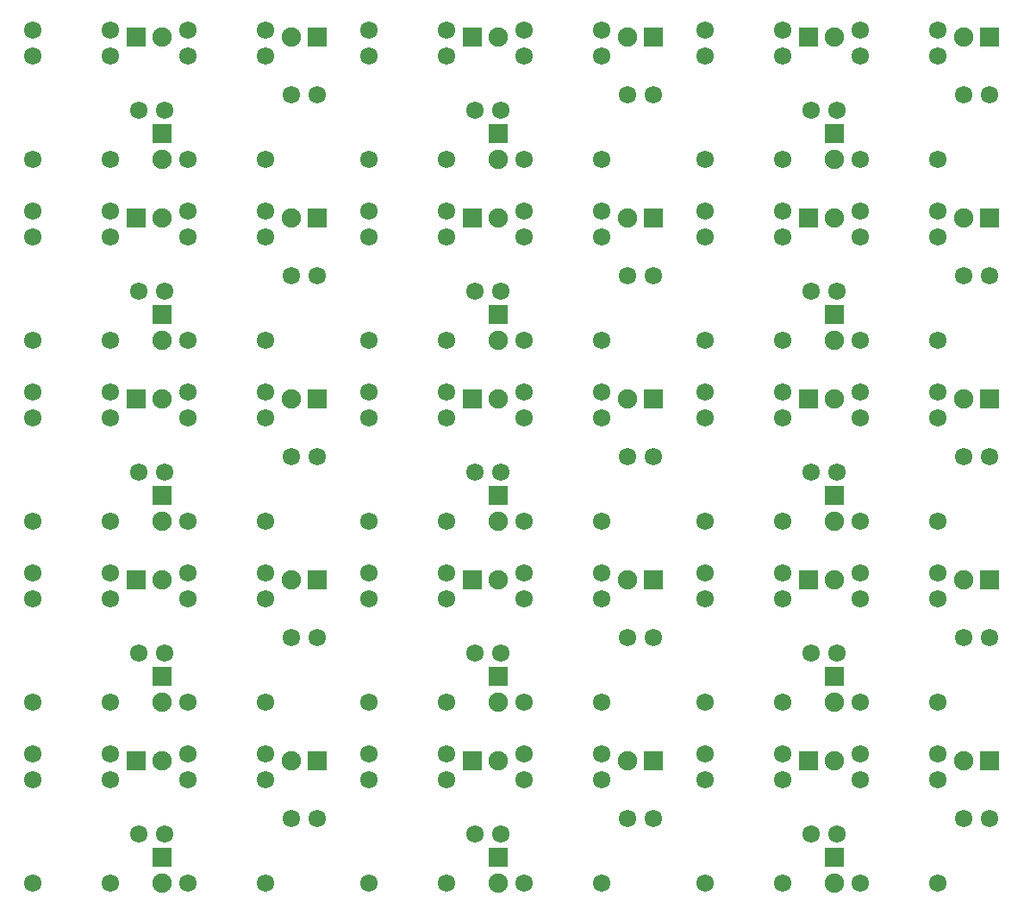
<source format=gbs>
G04 #@! TF.GenerationSoftware,KiCad,Pcbnew,(5.1.6)-1*
G04 #@! TF.CreationDate,2020-06-25T08:16:03+09:00*
G04 #@! TF.ProjectId,XOR___,584f5262-d851-42e6-9b69-6361645f7063,rev?*
G04 #@! TF.SameCoordinates,Original*
G04 #@! TF.FileFunction,Soldermask,Bot*
G04 #@! TF.FilePolarity,Negative*
%FSLAX46Y46*%
G04 Gerber Fmt 4.6, Leading zero omitted, Abs format (unit mm)*
G04 Created by KiCad (PCBNEW (5.1.6)-1) date 2020-06-25 08:16:03*
%MOMM*%
%LPD*%
G01*
G04 APERTURE LIST*
%ADD10R,1.900000X1.900000*%
%ADD11O,1.900000X1.900000*%
%ADD12C,1.724000*%
G04 APERTURE END LIST*
D10*
X138430000Y-107915000D03*
D11*
X135890000Y-107915000D03*
D10*
X105410000Y-107915000D03*
D11*
X102870000Y-107915000D03*
D10*
X72390000Y-107915000D03*
D11*
X69850000Y-107915000D03*
D10*
X138430000Y-90135000D03*
D11*
X135890000Y-90135000D03*
D10*
X105410000Y-90135000D03*
D11*
X102870000Y-90135000D03*
D10*
X72390000Y-90135000D03*
D11*
X69850000Y-90135000D03*
D10*
X138430000Y-72355000D03*
D11*
X135890000Y-72355000D03*
D10*
X105410000Y-72355000D03*
D11*
X102870000Y-72355000D03*
D10*
X72390000Y-72355000D03*
D11*
X69850000Y-72355000D03*
D10*
X138430000Y-54575000D03*
D11*
X135890000Y-54575000D03*
D10*
X105410000Y-54575000D03*
D11*
X102870000Y-54575000D03*
D10*
X72390000Y-54575000D03*
D11*
X69850000Y-54575000D03*
D10*
X138430000Y-36795000D03*
D11*
X135890000Y-36795000D03*
D10*
X105410000Y-36795000D03*
D11*
X102870000Y-36795000D03*
D12*
X133350000Y-120015000D03*
X125730000Y-120015000D03*
X125730000Y-109855000D03*
X133350000Y-109855000D03*
X133350000Y-107315000D03*
X125730000Y-107315000D03*
X100330000Y-120015000D03*
X92710000Y-120015000D03*
X92710000Y-109855000D03*
X100330000Y-109855000D03*
X100330000Y-107315000D03*
X92710000Y-107315000D03*
X67310000Y-120015000D03*
X59690000Y-120015000D03*
X59690000Y-109855000D03*
X67310000Y-109855000D03*
X67310000Y-107315000D03*
X59690000Y-107315000D03*
X133350000Y-102235000D03*
X125730000Y-102235000D03*
X125730000Y-92075000D03*
X133350000Y-92075000D03*
X133350000Y-89535000D03*
X125730000Y-89535000D03*
X100330000Y-102235000D03*
X92710000Y-102235000D03*
X92710000Y-92075000D03*
X100330000Y-92075000D03*
X100330000Y-89535000D03*
X92710000Y-89535000D03*
X67310000Y-102235000D03*
X59690000Y-102235000D03*
X59690000Y-92075000D03*
X67310000Y-92075000D03*
X67310000Y-89535000D03*
X59690000Y-89535000D03*
X133350000Y-84455000D03*
X125730000Y-84455000D03*
X125730000Y-74295000D03*
X133350000Y-74295000D03*
X133350000Y-71755000D03*
X125730000Y-71755000D03*
X100330000Y-84455000D03*
X92710000Y-84455000D03*
X92710000Y-74295000D03*
X100330000Y-74295000D03*
X100330000Y-71755000D03*
X92710000Y-71755000D03*
X67310000Y-84455000D03*
X59690000Y-84455000D03*
X59690000Y-74295000D03*
X67310000Y-74295000D03*
X67310000Y-71755000D03*
X59690000Y-71755000D03*
X133350000Y-66675000D03*
X125730000Y-66675000D03*
X125730000Y-56515000D03*
X133350000Y-56515000D03*
X133350000Y-53975000D03*
X125730000Y-53975000D03*
X100330000Y-66675000D03*
X92710000Y-66675000D03*
X92710000Y-56515000D03*
X100330000Y-56515000D03*
X100330000Y-53975000D03*
X92710000Y-53975000D03*
X67310000Y-66675000D03*
X59690000Y-66675000D03*
X59690000Y-56515000D03*
X67310000Y-56515000D03*
X67310000Y-53975000D03*
X59690000Y-53975000D03*
X133350000Y-48895000D03*
X125730000Y-48895000D03*
X125730000Y-38735000D03*
X133350000Y-38735000D03*
X133350000Y-36195000D03*
X125730000Y-36195000D03*
X100330000Y-48895000D03*
X92710000Y-48895000D03*
X92710000Y-38735000D03*
X100330000Y-38735000D03*
X100330000Y-36195000D03*
X92710000Y-36195000D03*
X110490000Y-107315000D03*
X118110000Y-107315000D03*
X118110000Y-109855000D03*
X110490000Y-109855000D03*
X110490000Y-120015000D03*
X118110000Y-120015000D03*
X77470000Y-107315000D03*
X85090000Y-107315000D03*
X85090000Y-109855000D03*
X77470000Y-109855000D03*
X77470000Y-120015000D03*
X85090000Y-120015000D03*
X44450000Y-107315000D03*
X52070000Y-107315000D03*
X52070000Y-109855000D03*
X44450000Y-109855000D03*
X44450000Y-120015000D03*
X52070000Y-120015000D03*
X110490000Y-89535000D03*
X118110000Y-89535000D03*
X118110000Y-92075000D03*
X110490000Y-92075000D03*
X110490000Y-102235000D03*
X118110000Y-102235000D03*
X77470000Y-89535000D03*
X85090000Y-89535000D03*
X85090000Y-92075000D03*
X77470000Y-92075000D03*
X77470000Y-102235000D03*
X85090000Y-102235000D03*
X44450000Y-89535000D03*
X52070000Y-89535000D03*
X52070000Y-92075000D03*
X44450000Y-92075000D03*
X44450000Y-102235000D03*
X52070000Y-102235000D03*
X110490000Y-71755000D03*
X118110000Y-71755000D03*
X118110000Y-74295000D03*
X110490000Y-74295000D03*
X110490000Y-84455000D03*
X118110000Y-84455000D03*
X77470000Y-71755000D03*
X85090000Y-71755000D03*
X85090000Y-74295000D03*
X77470000Y-74295000D03*
X77470000Y-84455000D03*
X85090000Y-84455000D03*
X44450000Y-71755000D03*
X52070000Y-71755000D03*
X52070000Y-74295000D03*
X44450000Y-74295000D03*
X44450000Y-84455000D03*
X52070000Y-84455000D03*
X110490000Y-53975000D03*
X118110000Y-53975000D03*
X118110000Y-56515000D03*
X110490000Y-56515000D03*
X110490000Y-66675000D03*
X118110000Y-66675000D03*
X77470000Y-53975000D03*
X85090000Y-53975000D03*
X85090000Y-56515000D03*
X77470000Y-56515000D03*
X77470000Y-66675000D03*
X85090000Y-66675000D03*
X44450000Y-53975000D03*
X52070000Y-53975000D03*
X52070000Y-56515000D03*
X44450000Y-56515000D03*
X44450000Y-66675000D03*
X52070000Y-66675000D03*
X110490000Y-36195000D03*
X118110000Y-36195000D03*
X118110000Y-38735000D03*
X110490000Y-38735000D03*
X110490000Y-48895000D03*
X118110000Y-48895000D03*
X77470000Y-36195000D03*
X85090000Y-36195000D03*
X85090000Y-38735000D03*
X77470000Y-38735000D03*
X77470000Y-48895000D03*
X85090000Y-48895000D03*
D11*
X123190000Y-120015000D03*
D10*
X123190000Y-117475000D03*
D11*
X90170000Y-120015000D03*
D10*
X90170000Y-117475000D03*
D11*
X57150000Y-120015000D03*
D10*
X57150000Y-117475000D03*
D11*
X123190000Y-102235000D03*
D10*
X123190000Y-99695000D03*
D11*
X90170000Y-102235000D03*
D10*
X90170000Y-99695000D03*
D11*
X57150000Y-102235000D03*
D10*
X57150000Y-99695000D03*
D11*
X123190000Y-84455000D03*
D10*
X123190000Y-81915000D03*
D11*
X90170000Y-84455000D03*
D10*
X90170000Y-81915000D03*
D11*
X57150000Y-84455000D03*
D10*
X57150000Y-81915000D03*
D11*
X123190000Y-66675000D03*
D10*
X123190000Y-64135000D03*
D11*
X90170000Y-66675000D03*
D10*
X90170000Y-64135000D03*
D11*
X57150000Y-66675000D03*
D10*
X57150000Y-64135000D03*
D11*
X123190000Y-48895000D03*
D10*
X123190000Y-46355000D03*
D11*
X90170000Y-48895000D03*
D10*
X90170000Y-46355000D03*
D12*
X123444000Y-115189000D03*
X120904000Y-115189000D03*
X90424000Y-115189000D03*
X87884000Y-115189000D03*
X57404000Y-115189000D03*
X54864000Y-115189000D03*
X123444000Y-97409000D03*
X120904000Y-97409000D03*
X90424000Y-97409000D03*
X87884000Y-97409000D03*
X57404000Y-97409000D03*
X54864000Y-97409000D03*
X123444000Y-79629000D03*
X120904000Y-79629000D03*
X90424000Y-79629000D03*
X87884000Y-79629000D03*
X57404000Y-79629000D03*
X54864000Y-79629000D03*
X123444000Y-61849000D03*
X120904000Y-61849000D03*
X90424000Y-61849000D03*
X87884000Y-61849000D03*
X57404000Y-61849000D03*
X54864000Y-61849000D03*
X123444000Y-44069000D03*
X120904000Y-44069000D03*
X90424000Y-44069000D03*
X87884000Y-44069000D03*
D11*
X123190000Y-107915000D03*
D10*
X120650000Y-107915000D03*
D11*
X90170000Y-107915000D03*
D10*
X87630000Y-107915000D03*
D11*
X57150000Y-107915000D03*
D10*
X54610000Y-107915000D03*
D11*
X123190000Y-90135000D03*
D10*
X120650000Y-90135000D03*
D11*
X90170000Y-90135000D03*
D10*
X87630000Y-90135000D03*
D11*
X57150000Y-90135000D03*
D10*
X54610000Y-90135000D03*
D11*
X123190000Y-72355000D03*
D10*
X120650000Y-72355000D03*
D11*
X90170000Y-72355000D03*
D10*
X87630000Y-72355000D03*
D11*
X57150000Y-72355000D03*
D10*
X54610000Y-72355000D03*
D11*
X123190000Y-54575000D03*
D10*
X120650000Y-54575000D03*
D11*
X90170000Y-54575000D03*
D10*
X87630000Y-54575000D03*
D11*
X57150000Y-54575000D03*
D10*
X54610000Y-54575000D03*
D11*
X123190000Y-36795000D03*
D10*
X120650000Y-36795000D03*
D11*
X90170000Y-36795000D03*
D10*
X87630000Y-36795000D03*
D12*
X135890000Y-113665000D03*
X138430000Y-113665000D03*
X102870000Y-113665000D03*
X105410000Y-113665000D03*
X69850000Y-113665000D03*
X72390000Y-113665000D03*
X135890000Y-95885000D03*
X138430000Y-95885000D03*
X102870000Y-95885000D03*
X105410000Y-95885000D03*
X69850000Y-95885000D03*
X72390000Y-95885000D03*
X135890000Y-78105000D03*
X138430000Y-78105000D03*
X102870000Y-78105000D03*
X105410000Y-78105000D03*
X69850000Y-78105000D03*
X72390000Y-78105000D03*
X135890000Y-60325000D03*
X138430000Y-60325000D03*
X102870000Y-60325000D03*
X105410000Y-60325000D03*
X69850000Y-60325000D03*
X72390000Y-60325000D03*
X135890000Y-42545000D03*
X138430000Y-42545000D03*
X102870000Y-42545000D03*
X105410000Y-42545000D03*
X54864000Y-44069000D03*
X57404000Y-44069000D03*
X72390000Y-42545000D03*
X69850000Y-42545000D03*
D10*
X54610000Y-36795000D03*
D11*
X57150000Y-36795000D03*
D10*
X57150000Y-46355000D03*
D11*
X57150000Y-48895000D03*
X69850000Y-36795000D03*
D10*
X72390000Y-36795000D03*
D12*
X52070000Y-48895000D03*
X44450000Y-48895000D03*
X44450000Y-38735000D03*
X52070000Y-38735000D03*
X52070000Y-36195000D03*
X44450000Y-36195000D03*
X59690000Y-36195000D03*
X67310000Y-36195000D03*
X67310000Y-38735000D03*
X59690000Y-38735000D03*
X59690000Y-48895000D03*
X67310000Y-48895000D03*
M02*

</source>
